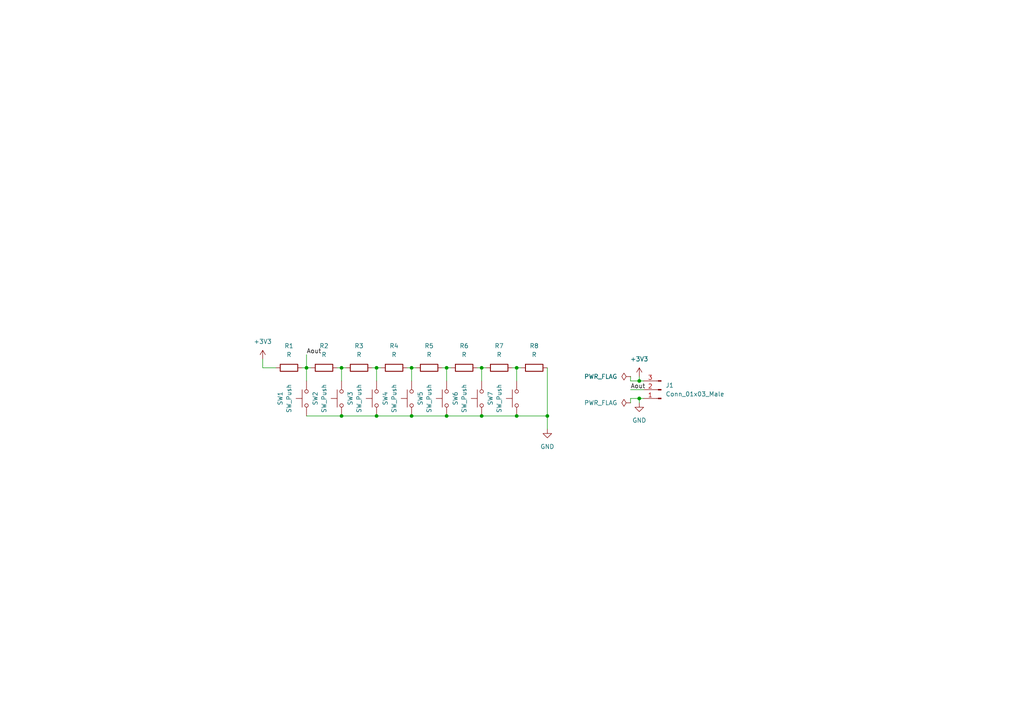
<source format=kicad_sch>
(kicad_sch (version 20211123) (generator eeschema)

  (uuid c44c17a9-c853-435b-ad8f-d5eb69fd470e)

  (paper "A4")

  (lib_symbols
    (symbol "Connector:Conn_01x03_Male" (pin_names (offset 1.016) hide) (in_bom yes) (on_board yes)
      (property "Reference" "J" (id 0) (at 0 5.08 0)
        (effects (font (size 1.27 1.27)))
      )
      (property "Value" "Conn_01x03_Male" (id 1) (at 0 -5.08 0)
        (effects (font (size 1.27 1.27)))
      )
      (property "Footprint" "" (id 2) (at 0 0 0)
        (effects (font (size 1.27 1.27)) hide)
      )
      (property "Datasheet" "~" (id 3) (at 0 0 0)
        (effects (font (size 1.27 1.27)) hide)
      )
      (property "ki_keywords" "connector" (id 4) (at 0 0 0)
        (effects (font (size 1.27 1.27)) hide)
      )
      (property "ki_description" "Generic connector, single row, 01x03, script generated (kicad-library-utils/schlib/autogen/connector/)" (id 5) (at 0 0 0)
        (effects (font (size 1.27 1.27)) hide)
      )
      (property "ki_fp_filters" "Connector*:*_1x??_*" (id 6) (at 0 0 0)
        (effects (font (size 1.27 1.27)) hide)
      )
      (symbol "Conn_01x03_Male_1_1"
        (polyline
          (pts
            (xy 1.27 -2.54)
            (xy 0.8636 -2.54)
          )
          (stroke (width 0.1524) (type default) (color 0 0 0 0))
          (fill (type none))
        )
        (polyline
          (pts
            (xy 1.27 0)
            (xy 0.8636 0)
          )
          (stroke (width 0.1524) (type default) (color 0 0 0 0))
          (fill (type none))
        )
        (polyline
          (pts
            (xy 1.27 2.54)
            (xy 0.8636 2.54)
          )
          (stroke (width 0.1524) (type default) (color 0 0 0 0))
          (fill (type none))
        )
        (rectangle (start 0.8636 -2.413) (end 0 -2.667)
          (stroke (width 0.1524) (type default) (color 0 0 0 0))
          (fill (type outline))
        )
        (rectangle (start 0.8636 0.127) (end 0 -0.127)
          (stroke (width 0.1524) (type default) (color 0 0 0 0))
          (fill (type outline))
        )
        (rectangle (start 0.8636 2.667) (end 0 2.413)
          (stroke (width 0.1524) (type default) (color 0 0 0 0))
          (fill (type outline))
        )
        (pin passive line (at 5.08 2.54 180) (length 3.81)
          (name "Pin_1" (effects (font (size 1.27 1.27))))
          (number "1" (effects (font (size 1.27 1.27))))
        )
        (pin passive line (at 5.08 0 180) (length 3.81)
          (name "Pin_2" (effects (font (size 1.27 1.27))))
          (number "2" (effects (font (size 1.27 1.27))))
        )
        (pin passive line (at 5.08 -2.54 180) (length 3.81)
          (name "Pin_3" (effects (font (size 1.27 1.27))))
          (number "3" (effects (font (size 1.27 1.27))))
        )
      )
    )
    (symbol "Device:R" (pin_numbers hide) (pin_names (offset 0)) (in_bom yes) (on_board yes)
      (property "Reference" "R" (id 0) (at 2.032 0 90)
        (effects (font (size 1.27 1.27)))
      )
      (property "Value" "R" (id 1) (at 0 0 90)
        (effects (font (size 1.27 1.27)))
      )
      (property "Footprint" "" (id 2) (at -1.778 0 90)
        (effects (font (size 1.27 1.27)) hide)
      )
      (property "Datasheet" "~" (id 3) (at 0 0 0)
        (effects (font (size 1.27 1.27)) hide)
      )
      (property "ki_keywords" "R res resistor" (id 4) (at 0 0 0)
        (effects (font (size 1.27 1.27)) hide)
      )
      (property "ki_description" "Resistor" (id 5) (at 0 0 0)
        (effects (font (size 1.27 1.27)) hide)
      )
      (property "ki_fp_filters" "R_*" (id 6) (at 0 0 0)
        (effects (font (size 1.27 1.27)) hide)
      )
      (symbol "R_0_1"
        (rectangle (start -1.016 -2.54) (end 1.016 2.54)
          (stroke (width 0.254) (type default) (color 0 0 0 0))
          (fill (type none))
        )
      )
      (symbol "R_1_1"
        (pin passive line (at 0 3.81 270) (length 1.27)
          (name "~" (effects (font (size 1.27 1.27))))
          (number "1" (effects (font (size 1.27 1.27))))
        )
        (pin passive line (at 0 -3.81 90) (length 1.27)
          (name "~" (effects (font (size 1.27 1.27))))
          (number "2" (effects (font (size 1.27 1.27))))
        )
      )
    )
    (symbol "Switch:SW_Push" (pin_numbers hide) (pin_names (offset 1.016) hide) (in_bom yes) (on_board yes)
      (property "Reference" "SW" (id 0) (at 1.27 2.54 0)
        (effects (font (size 1.27 1.27)) (justify left))
      )
      (property "Value" "SW_Push" (id 1) (at 0 -1.524 0)
        (effects (font (size 1.27 1.27)))
      )
      (property "Footprint" "" (id 2) (at 0 5.08 0)
        (effects (font (size 1.27 1.27)) hide)
      )
      (property "Datasheet" "~" (id 3) (at 0 5.08 0)
        (effects (font (size 1.27 1.27)) hide)
      )
      (property "ki_keywords" "switch normally-open pushbutton push-button" (id 4) (at 0 0 0)
        (effects (font (size 1.27 1.27)) hide)
      )
      (property "ki_description" "Push button switch, generic, two pins" (id 5) (at 0 0 0)
        (effects (font (size 1.27 1.27)) hide)
      )
      (symbol "SW_Push_0_1"
        (circle (center -2.032 0) (radius 0.508)
          (stroke (width 0) (type default) (color 0 0 0 0))
          (fill (type none))
        )
        (polyline
          (pts
            (xy 0 1.27)
            (xy 0 3.048)
          )
          (stroke (width 0) (type default) (color 0 0 0 0))
          (fill (type none))
        )
        (polyline
          (pts
            (xy 2.54 1.27)
            (xy -2.54 1.27)
          )
          (stroke (width 0) (type default) (color 0 0 0 0))
          (fill (type none))
        )
        (circle (center 2.032 0) (radius 0.508)
          (stroke (width 0) (type default) (color 0 0 0 0))
          (fill (type none))
        )
        (pin passive line (at -5.08 0 0) (length 2.54)
          (name "1" (effects (font (size 1.27 1.27))))
          (number "1" (effects (font (size 1.27 1.27))))
        )
        (pin passive line (at 5.08 0 180) (length 2.54)
          (name "2" (effects (font (size 1.27 1.27))))
          (number "2" (effects (font (size 1.27 1.27))))
        )
      )
    )
    (symbol "power:+3.3V" (power) (pin_names (offset 0)) (in_bom yes) (on_board yes)
      (property "Reference" "#PWR" (id 0) (at 0 -3.81 0)
        (effects (font (size 1.27 1.27)) hide)
      )
      (property "Value" "+3.3V" (id 1) (at 0 3.556 0)
        (effects (font (size 1.27 1.27)))
      )
      (property "Footprint" "" (id 2) (at 0 0 0)
        (effects (font (size 1.27 1.27)) hide)
      )
      (property "Datasheet" "" (id 3) (at 0 0 0)
        (effects (font (size 1.27 1.27)) hide)
      )
      (property "ki_keywords" "power-flag" (id 4) (at 0 0 0)
        (effects (font (size 1.27 1.27)) hide)
      )
      (property "ki_description" "Power symbol creates a global label with name \"+3.3V\"" (id 5) (at 0 0 0)
        (effects (font (size 1.27 1.27)) hide)
      )
      (symbol "+3.3V_0_1"
        (polyline
          (pts
            (xy -0.762 1.27)
            (xy 0 2.54)
          )
          (stroke (width 0) (type default) (color 0 0 0 0))
          (fill (type none))
        )
        (polyline
          (pts
            (xy 0 0)
            (xy 0 2.54)
          )
          (stroke (width 0) (type default) (color 0 0 0 0))
          (fill (type none))
        )
        (polyline
          (pts
            (xy 0 2.54)
            (xy 0.762 1.27)
          )
          (stroke (width 0) (type default) (color 0 0 0 0))
          (fill (type none))
        )
      )
      (symbol "+3.3V_1_1"
        (pin power_in line (at 0 0 90) (length 0) hide
          (name "+3V3" (effects (font (size 1.27 1.27))))
          (number "1" (effects (font (size 1.27 1.27))))
        )
      )
    )
    (symbol "power:GND" (power) (pin_names (offset 0)) (in_bom yes) (on_board yes)
      (property "Reference" "#PWR" (id 0) (at 0 -6.35 0)
        (effects (font (size 1.27 1.27)) hide)
      )
      (property "Value" "GND" (id 1) (at 0 -3.81 0)
        (effects (font (size 1.27 1.27)))
      )
      (property "Footprint" "" (id 2) (at 0 0 0)
        (effects (font (size 1.27 1.27)) hide)
      )
      (property "Datasheet" "" (id 3) (at 0 0 0)
        (effects (font (size 1.27 1.27)) hide)
      )
      (property "ki_keywords" "power-flag" (id 4) (at 0 0 0)
        (effects (font (size 1.27 1.27)) hide)
      )
      (property "ki_description" "Power symbol creates a global label with name \"GND\" , ground" (id 5) (at 0 0 0)
        (effects (font (size 1.27 1.27)) hide)
      )
      (symbol "GND_0_1"
        (polyline
          (pts
            (xy 0 0)
            (xy 0 -1.27)
            (xy 1.27 -1.27)
            (xy 0 -2.54)
            (xy -1.27 -1.27)
            (xy 0 -1.27)
          )
          (stroke (width 0) (type default) (color 0 0 0 0))
          (fill (type none))
        )
      )
      (symbol "GND_1_1"
        (pin power_in line (at 0 0 270) (length 0) hide
          (name "GND" (effects (font (size 1.27 1.27))))
          (number "1" (effects (font (size 1.27 1.27))))
        )
      )
    )
    (symbol "power:PWR_FLAG" (power) (pin_numbers hide) (pin_names (offset 0) hide) (in_bom yes) (on_board yes)
      (property "Reference" "#FLG" (id 0) (at 0 1.905 0)
        (effects (font (size 1.27 1.27)) hide)
      )
      (property "Value" "PWR_FLAG" (id 1) (at 0 3.81 0)
        (effects (font (size 1.27 1.27)))
      )
      (property "Footprint" "" (id 2) (at 0 0 0)
        (effects (font (size 1.27 1.27)) hide)
      )
      (property "Datasheet" "~" (id 3) (at 0 0 0)
        (effects (font (size 1.27 1.27)) hide)
      )
      (property "ki_keywords" "power-flag" (id 4) (at 0 0 0)
        (effects (font (size 1.27 1.27)) hide)
      )
      (property "ki_description" "Special symbol for telling ERC where power comes from" (id 5) (at 0 0 0)
        (effects (font (size 1.27 1.27)) hide)
      )
      (symbol "PWR_FLAG_0_0"
        (pin power_out line (at 0 0 90) (length 0)
          (name "pwr" (effects (font (size 1.27 1.27))))
          (number "1" (effects (font (size 1.27 1.27))))
        )
      )
      (symbol "PWR_FLAG_0_1"
        (polyline
          (pts
            (xy 0 0)
            (xy 0 1.27)
            (xy -1.016 1.905)
            (xy 0 2.54)
            (xy 1.016 1.905)
            (xy 0 1.27)
          )
          (stroke (width 0) (type default) (color 0 0 0 0))
          (fill (type none))
        )
      )
    )
  )

  (junction (at 139.7 120.65) (diameter 0) (color 0 0 0 0)
    (uuid 0453476b-33a6-4baf-a476-a87a3b701976)
  )
  (junction (at 149.86 106.68) (diameter 0) (color 0 0 0 0)
    (uuid 18a8781d-d8dd-4200-8ad0-320b59c04888)
  )
  (junction (at 129.54 106.68) (diameter 0) (color 0 0 0 0)
    (uuid 20c5a507-6442-49ee-a0ba-0613d69b7a79)
  )
  (junction (at 185.42 110.49) (diameter 0) (color 0 0 0 0)
    (uuid 407712f4-85ad-4de4-b310-5ecf678e8266)
  )
  (junction (at 99.06 106.68) (diameter 0) (color 0 0 0 0)
    (uuid 60cb3624-06e5-4cb2-8d86-7fc5358f3721)
  )
  (junction (at 99.06 120.65) (diameter 0) (color 0 0 0 0)
    (uuid 670939d6-a1ac-45f8-9268-45a11321da4a)
  )
  (junction (at 185.42 115.57) (diameter 0) (color 0 0 0 0)
    (uuid 7654a092-7773-4951-9beb-edffd7305139)
  )
  (junction (at 158.75 120.65) (diameter 0) (color 0 0 0 0)
    (uuid 81f2ecc0-bc58-4968-b179-c17aa6c69787)
  )
  (junction (at 109.22 106.68) (diameter 0) (color 0 0 0 0)
    (uuid 953a8a80-da00-458c-9cfe-5f1a06adfeac)
  )
  (junction (at 88.9 106.68) (diameter 0) (color 0 0 0 0)
    (uuid 99c6d5bc-7ecc-4153-b832-a53477bfabd3)
  )
  (junction (at 119.38 106.68) (diameter 0) (color 0 0 0 0)
    (uuid 9ffb50c8-0128-419e-a804-a792d5542b87)
  )
  (junction (at 149.86 120.65) (diameter 0) (color 0 0 0 0)
    (uuid ac09d570-d05a-4c5a-8b32-aa913acba7ca)
  )
  (junction (at 129.54 120.65) (diameter 0) (color 0 0 0 0)
    (uuid c67ecfb1-acf8-4106-aede-3d3c7467356b)
  )
  (junction (at 119.38 120.65) (diameter 0) (color 0 0 0 0)
    (uuid c7c9d0db-f17b-4375-b5d1-33b991551265)
  )
  (junction (at 109.22 120.65) (diameter 0) (color 0 0 0 0)
    (uuid dbf31ef1-6a00-448f-94e6-102ba1cd8310)
  )
  (junction (at 139.7 106.68) (diameter 0) (color 0 0 0 0)
    (uuid f7d61023-bce3-4bb9-8114-ec1b7f9fbb39)
  )

  (wire (pts (xy 186.69 110.49) (xy 185.42 110.49))
    (stroke (width 0) (type default) (color 0 0 0 0))
    (uuid 06eacaa6-90d7-43fe-90f6-314003e91d42)
  )
  (wire (pts (xy 149.86 106.68) (xy 149.86 110.49))
    (stroke (width 0) (type default) (color 0 0 0 0))
    (uuid 0f372757-136b-4ed3-a1c8-df72ca868f09)
  )
  (wire (pts (xy 109.22 106.68) (xy 110.49 106.68))
    (stroke (width 0) (type default) (color 0 0 0 0))
    (uuid 1237e2a7-e48c-4ae2-ad35-41ab995f46ba)
  )
  (wire (pts (xy 149.86 120.65) (xy 158.75 120.65))
    (stroke (width 0) (type default) (color 0 0 0 0))
    (uuid 16a77d3b-84fb-4c5c-9c64-6a239e1a6ec1)
  )
  (wire (pts (xy 158.75 120.65) (xy 158.75 124.46))
    (stroke (width 0) (type default) (color 0 0 0 0))
    (uuid 18f87b61-87da-40c7-89e2-b2a97a9802f9)
  )
  (wire (pts (xy 109.22 106.68) (xy 109.22 110.49))
    (stroke (width 0) (type default) (color 0 0 0 0))
    (uuid 1bb6f2c8-ce1d-4ee3-908c-097cada28b74)
  )
  (wire (pts (xy 76.2 106.68) (xy 76.2 104.14))
    (stroke (width 0) (type default) (color 0 0 0 0))
    (uuid 1d377799-343c-4656-a1f1-93c9a736b061)
  )
  (wire (pts (xy 88.9 102.87) (xy 88.9 106.68))
    (stroke (width 0) (type default) (color 0 0 0 0))
    (uuid 2020367a-21a1-48f5-aa80-86c7528053be)
  )
  (wire (pts (xy 148.59 106.68) (xy 149.86 106.68))
    (stroke (width 0) (type default) (color 0 0 0 0))
    (uuid 217400b6-b8f6-41cb-b634-157d8c702f9b)
  )
  (wire (pts (xy 128.27 106.68) (xy 129.54 106.68))
    (stroke (width 0) (type default) (color 0 0 0 0))
    (uuid 281f7d41-c79a-4af3-bfae-3c527d899c53)
  )
  (wire (pts (xy 185.42 115.57) (xy 185.42 116.84))
    (stroke (width 0) (type default) (color 0 0 0 0))
    (uuid 3384bd8b-e0a6-46bd-98a3-b70ebd3a9977)
  )
  (wire (pts (xy 118.11 106.68) (xy 119.38 106.68))
    (stroke (width 0) (type default) (color 0 0 0 0))
    (uuid 33a1ab26-8a07-4ede-9f34-b2866a18320f)
  )
  (wire (pts (xy 129.54 120.65) (xy 139.7 120.65))
    (stroke (width 0) (type default) (color 0 0 0 0))
    (uuid 33c8a851-0699-4deb-84f7-e26c7ca217a7)
  )
  (wire (pts (xy 99.06 106.68) (xy 99.06 110.49))
    (stroke (width 0) (type default) (color 0 0 0 0))
    (uuid 3cca5127-02df-4ade-ad68-a5fc5d11c267)
  )
  (wire (pts (xy 129.54 106.68) (xy 129.54 110.49))
    (stroke (width 0) (type default) (color 0 0 0 0))
    (uuid 4746e981-56cf-436b-b3e7-13d53e3f0f29)
  )
  (wire (pts (xy 182.88 113.03) (xy 186.69 113.03))
    (stroke (width 0) (type default) (color 0 0 0 0))
    (uuid 4e0c15b7-0eb2-40f3-8ddf-b7688f56ed8b)
  )
  (wire (pts (xy 158.75 106.68) (xy 158.75 120.65))
    (stroke (width 0) (type default) (color 0 0 0 0))
    (uuid 5d979ff4-a98b-484d-82a0-31a9a72f4b0a)
  )
  (wire (pts (xy 88.9 106.68) (xy 90.17 106.68))
    (stroke (width 0) (type default) (color 0 0 0 0))
    (uuid 632e8f7b-5259-48ce-a9ed-8650a7a22194)
  )
  (wire (pts (xy 182.88 115.57) (xy 185.42 115.57))
    (stroke (width 0) (type default) (color 0 0 0 0))
    (uuid 6421277a-1a19-4600-ae96-494c6574b19d)
  )
  (wire (pts (xy 186.69 115.57) (xy 185.42 115.57))
    (stroke (width 0) (type default) (color 0 0 0 0))
    (uuid 6b7396ce-e669-4c40-80b4-7d9db3fce2c3)
  )
  (wire (pts (xy 88.9 106.68) (xy 88.9 110.49))
    (stroke (width 0) (type default) (color 0 0 0 0))
    (uuid 720f573a-0243-4101-a62f-e3f53bdedf49)
  )
  (wire (pts (xy 109.22 120.65) (xy 119.38 120.65))
    (stroke (width 0) (type default) (color 0 0 0 0))
    (uuid 73ff36ef-79ae-42d1-b03e-975f72c1b080)
  )
  (wire (pts (xy 129.54 106.68) (xy 130.81 106.68))
    (stroke (width 0) (type default) (color 0 0 0 0))
    (uuid 7ab47015-6ca6-48c5-a7e4-d31e187e575c)
  )
  (wire (pts (xy 185.42 110.49) (xy 185.42 109.22))
    (stroke (width 0) (type default) (color 0 0 0 0))
    (uuid 7c47171d-b3dd-4c97-9b98-5c3271cca2b8)
  )
  (wire (pts (xy 138.43 106.68) (xy 139.7 106.68))
    (stroke (width 0) (type default) (color 0 0 0 0))
    (uuid 7dacf081-1d17-4056-b6ba-de0ee59709b7)
  )
  (wire (pts (xy 80.01 106.68) (xy 76.2 106.68))
    (stroke (width 0) (type default) (color 0 0 0 0))
    (uuid 86352434-7874-491b-ae09-bb7f8003f48f)
  )
  (wire (pts (xy 88.9 120.65) (xy 99.06 120.65))
    (stroke (width 0) (type default) (color 0 0 0 0))
    (uuid 972cdcbe-bc19-4dd3-a7da-86a418d66047)
  )
  (wire (pts (xy 182.88 116.84) (xy 182.88 115.57))
    (stroke (width 0) (type default) (color 0 0 0 0))
    (uuid a2bd2bb1-ab78-4cb7-b57f-527faf13e070)
  )
  (wire (pts (xy 99.06 120.65) (xy 109.22 120.65))
    (stroke (width 0) (type default) (color 0 0 0 0))
    (uuid a73a58cd-04ae-4526-98f2-96be061c5934)
  )
  (wire (pts (xy 139.7 120.65) (xy 149.86 120.65))
    (stroke (width 0) (type default) (color 0 0 0 0))
    (uuid af9ca2f9-ed2c-4c4b-a73b-b1817f863267)
  )
  (wire (pts (xy 182.88 109.22) (xy 182.88 110.49))
    (stroke (width 0) (type default) (color 0 0 0 0))
    (uuid bd0dba44-1ec4-4594-8d88-62879d6e7147)
  )
  (wire (pts (xy 119.38 120.65) (xy 129.54 120.65))
    (stroke (width 0) (type default) (color 0 0 0 0))
    (uuid bf4271ac-0dba-4649-a397-7fc22b2aeaad)
  )
  (wire (pts (xy 99.06 106.68) (xy 100.33 106.68))
    (stroke (width 0) (type default) (color 0 0 0 0))
    (uuid c18fbd64-9548-4311-9749-4f061f038c7a)
  )
  (wire (pts (xy 97.79 106.68) (xy 99.06 106.68))
    (stroke (width 0) (type default) (color 0 0 0 0))
    (uuid cdd17731-fcb7-4f6a-90ab-6749230bc8f2)
  )
  (wire (pts (xy 107.95 106.68) (xy 109.22 106.68))
    (stroke (width 0) (type default) (color 0 0 0 0))
    (uuid ce4e0372-0199-4fd6-bdbe-cc2ca4a29567)
  )
  (wire (pts (xy 149.86 106.68) (xy 151.13 106.68))
    (stroke (width 0) (type default) (color 0 0 0 0))
    (uuid d34f2ebe-9747-46ea-a0b8-74a9c0b77a65)
  )
  (wire (pts (xy 139.7 106.68) (xy 139.7 110.49))
    (stroke (width 0) (type default) (color 0 0 0 0))
    (uuid d7e66a2f-d540-451d-a1a2-6d117161efd7)
  )
  (wire (pts (xy 87.63 106.68) (xy 88.9 106.68))
    (stroke (width 0) (type default) (color 0 0 0 0))
    (uuid db803a8a-2c8d-4586-b085-569b9ccbc5b9)
  )
  (wire (pts (xy 182.88 110.49) (xy 185.42 110.49))
    (stroke (width 0) (type default) (color 0 0 0 0))
    (uuid e32c71c5-0303-4f02-821e-d701336c23f8)
  )
  (wire (pts (xy 119.38 106.68) (xy 119.38 110.49))
    (stroke (width 0) (type default) (color 0 0 0 0))
    (uuid eb385978-fa9f-4e75-ac67-8d203ebdde9d)
  )
  (wire (pts (xy 139.7 106.68) (xy 140.97 106.68))
    (stroke (width 0) (type default) (color 0 0 0 0))
    (uuid f7ce1dfc-0cd5-4329-813c-170dd856dade)
  )
  (wire (pts (xy 119.38 106.68) (xy 120.65 106.68))
    (stroke (width 0) (type default) (color 0 0 0 0))
    (uuid f95c479d-d7d8-48df-9112-f57b44ea4f52)
  )

  (label "Aout" (at 88.9 102.87 0)
    (effects (font (size 1.27 1.27)) (justify left bottom))
    (uuid 5dbb9e55-8b90-4e71-8d43-1b7059cd3e18)
  )
  (label "Aout" (at 182.88 113.03 0)
    (effects (font (size 1.27 1.27)) (justify left bottom))
    (uuid 95280af8-16f1-4efc-b09d-ac3dd683a8f3)
  )

  (symbol (lib_id "Device:R") (at 154.94 106.68 90) (unit 1)
    (in_bom yes) (on_board yes) (fields_autoplaced)
    (uuid 04264493-96f2-4399-a98f-f59361215246)
    (property "Reference" "R8" (id 0) (at 154.94 100.33 90))
    (property "Value" "R" (id 1) (at 154.94 102.87 90))
    (property "Footprint" "Resistor_THT:R_Axial_DIN0207_L6.3mm_D2.5mm_P7.62mm_Horizontal" (id 2) (at 154.94 108.458 90)
      (effects (font (size 1.27 1.27)) hide)
    )
    (property "Datasheet" "~" (id 3) (at 154.94 106.68 0)
      (effects (font (size 1.27 1.27)) hide)
    )
    (pin "1" (uuid febe85ae-d492-4c38-b58d-86abfba1d4fe))
    (pin "2" (uuid 9fdb3bc9-a447-448f-b671-be2126aaec30))
  )

  (symbol (lib_id "power:PWR_FLAG") (at 182.88 116.84 90) (unit 1)
    (in_bom yes) (on_board yes) (fields_autoplaced)
    (uuid 06aa794c-4206-4783-bed7-27a80c9ae3e2)
    (property "Reference" "#FLG0102" (id 0) (at 180.975 116.84 0)
      (effects (font (size 1.27 1.27)) hide)
    )
    (property "Value" "PWR_FLAG" (id 1) (at 179.07 116.8399 90)
      (effects (font (size 1.27 1.27)) (justify left))
    )
    (property "Footprint" "" (id 2) (at 182.88 116.84 0)
      (effects (font (size 1.27 1.27)) hide)
    )
    (property "Datasheet" "~" (id 3) (at 182.88 116.84 0)
      (effects (font (size 1.27 1.27)) hide)
    )
    (pin "1" (uuid 925eac61-608a-4df6-9b6b-771da41a17e1))
  )

  (symbol (lib_id "Switch:SW_Push") (at 88.9 115.57 90) (unit 1)
    (in_bom yes) (on_board yes) (fields_autoplaced)
    (uuid 11d03c45-8d11-490b-9376-053cedc7b3c3)
    (property "Reference" "SW1" (id 0) (at 81.28 115.57 0))
    (property "Value" "SW_Push" (id 1) (at 83.82 115.57 0))
    (property "Footprint" "Button_Switch_THT:SW_PUSH-12mm" (id 2) (at 83.82 115.57 0)
      (effects (font (size 1.27 1.27)) hide)
    )
    (property "Datasheet" "~" (id 3) (at 83.82 115.57 0)
      (effects (font (size 1.27 1.27)) hide)
    )
    (pin "1" (uuid c8b6bd56-b38b-448f-a2e6-069c5be5678c))
    (pin "2" (uuid c9d78c0d-68b9-46fe-91cc-4efe166e7436))
  )

  (symbol (lib_id "Device:R") (at 134.62 106.68 90) (unit 1)
    (in_bom yes) (on_board yes) (fields_autoplaced)
    (uuid 18ca1dfe-6115-48d4-8ec2-148cec51df34)
    (property "Reference" "R6" (id 0) (at 134.62 100.33 90))
    (property "Value" "R" (id 1) (at 134.62 102.87 90))
    (property "Footprint" "Resistor_THT:R_Axial_DIN0207_L6.3mm_D2.5mm_P7.62mm_Horizontal" (id 2) (at 134.62 108.458 90)
      (effects (font (size 1.27 1.27)) hide)
    )
    (property "Datasheet" "~" (id 3) (at 134.62 106.68 0)
      (effects (font (size 1.27 1.27)) hide)
    )
    (pin "1" (uuid e0e301e5-248b-438f-890e-ef69b4080f87))
    (pin "2" (uuid e6f239a9-75af-4f26-a01b-c7f97b77e411))
  )

  (symbol (lib_id "Switch:SW_Push") (at 109.22 115.57 90) (unit 1)
    (in_bom yes) (on_board yes) (fields_autoplaced)
    (uuid 1c4fdb5f-b732-40c6-bbf1-a354787fe044)
    (property "Reference" "SW3" (id 0) (at 101.6 115.57 0))
    (property "Value" "SW_Push" (id 1) (at 104.14 115.57 0))
    (property "Footprint" "Button_Switch_THT:SW_PUSH-12mm" (id 2) (at 104.14 115.57 0)
      (effects (font (size 1.27 1.27)) hide)
    )
    (property "Datasheet" "~" (id 3) (at 104.14 115.57 0)
      (effects (font (size 1.27 1.27)) hide)
    )
    (pin "1" (uuid 69bdf5f9-2ee1-479b-a1f0-8e314e172c29))
    (pin "2" (uuid 874c5802-7eab-4d74-942b-388bb78a85d7))
  )

  (symbol (lib_id "Device:R") (at 124.46 106.68 90) (unit 1)
    (in_bom yes) (on_board yes) (fields_autoplaced)
    (uuid 24d8536d-0c98-4a11-9054-b3f5cc400f38)
    (property "Reference" "R5" (id 0) (at 124.46 100.33 90))
    (property "Value" "R" (id 1) (at 124.46 102.87 90))
    (property "Footprint" "Resistor_THT:R_Axial_DIN0207_L6.3mm_D2.5mm_P7.62mm_Horizontal" (id 2) (at 124.46 108.458 90)
      (effects (font (size 1.27 1.27)) hide)
    )
    (property "Datasheet" "~" (id 3) (at 124.46 106.68 0)
      (effects (font (size 1.27 1.27)) hide)
    )
    (pin "1" (uuid fe99e637-9ace-4867-8548-f9261aa89b27))
    (pin "2" (uuid 342ef5f9-6393-4ead-a8a6-fbec954fe68b))
  )

  (symbol (lib_id "Switch:SW_Push") (at 149.86 115.57 90) (unit 1)
    (in_bom yes) (on_board yes) (fields_autoplaced)
    (uuid 279a0812-26d7-47ae-ad67-bc0e11429cb4)
    (property "Reference" "SW7" (id 0) (at 142.24 115.57 0))
    (property "Value" "SW_Push" (id 1) (at 144.78 115.57 0))
    (property "Footprint" "Button_Switch_THT:SW_PUSH-12mm" (id 2) (at 144.78 115.57 0)
      (effects (font (size 1.27 1.27)) hide)
    )
    (property "Datasheet" "~" (id 3) (at 144.78 115.57 0)
      (effects (font (size 1.27 1.27)) hide)
    )
    (pin "1" (uuid f8496357-2675-414e-b89f-cf44155dc989))
    (pin "2" (uuid d48850ee-7ba0-4af0-a36d-4757759f1ca9))
  )

  (symbol (lib_id "Connector:Conn_01x03_Male") (at 191.77 113.03 180) (unit 1)
    (in_bom yes) (on_board yes) (fields_autoplaced)
    (uuid 2b69de62-c156-4e9f-9592-f554b9a8ed7a)
    (property "Reference" "J1" (id 0) (at 193.04 111.7599 0)
      (effects (font (size 1.27 1.27)) (justify right))
    )
    (property "Value" "Conn_01x03_Male" (id 1) (at 193.04 114.2999 0)
      (effects (font (size 1.27 1.27)) (justify right))
    )
    (property "Footprint" "Connector_PinHeader_2.54mm:PinHeader_1x03_P2.54mm_Vertical" (id 2) (at 191.77 113.03 0)
      (effects (font (size 1.27 1.27)) hide)
    )
    (property "Datasheet" "~" (id 3) (at 191.77 113.03 0)
      (effects (font (size 1.27 1.27)) hide)
    )
    (pin "1" (uuid aeb5e797-acc2-4e4f-8122-bd049bdb9813))
    (pin "2" (uuid 0b79fe08-b2c8-44a4-9771-247a9744a042))
    (pin "3" (uuid 05f13fc2-bf29-4f74-b4bc-0811222249a7))
  )

  (symbol (lib_id "Device:R") (at 93.98 106.68 90) (unit 1)
    (in_bom yes) (on_board yes) (fields_autoplaced)
    (uuid 34c4635f-cb3b-477e-b3d4-21b81a152f99)
    (property "Reference" "R2" (id 0) (at 93.98 100.33 90))
    (property "Value" "R" (id 1) (at 93.98 102.87 90))
    (property "Footprint" "Resistor_THT:R_Axial_DIN0207_L6.3mm_D2.5mm_P7.62mm_Horizontal" (id 2) (at 93.98 108.458 90)
      (effects (font (size 1.27 1.27)) hide)
    )
    (property "Datasheet" "~" (id 3) (at 93.98 106.68 0)
      (effects (font (size 1.27 1.27)) hide)
    )
    (pin "1" (uuid d9ea5000-f2d1-4b33-a30d-115a791b9db8))
    (pin "2" (uuid 267ceeef-3658-46cc-89ef-7dd5003cd4fb))
  )

  (symbol (lib_id "power:+3.3V") (at 185.42 109.22 0) (unit 1)
    (in_bom yes) (on_board yes) (fields_autoplaced)
    (uuid 451ba60a-1a3f-4dc3-8bd2-e7cf3d6f6b3b)
    (property "Reference" "#PWR0102" (id 0) (at 185.42 113.03 0)
      (effects (font (size 1.27 1.27)) hide)
    )
    (property "Value" "+3.3V" (id 1) (at 185.42 104.14 0))
    (property "Footprint" "" (id 2) (at 185.42 109.22 0)
      (effects (font (size 1.27 1.27)) hide)
    )
    (property "Datasheet" "" (id 3) (at 185.42 109.22 0)
      (effects (font (size 1.27 1.27)) hide)
    )
    (pin "1" (uuid b207e5eb-d0ac-4ad4-a4ba-76985a057805))
  )

  (symbol (lib_id "Switch:SW_Push") (at 139.7 115.57 90) (unit 1)
    (in_bom yes) (on_board yes) (fields_autoplaced)
    (uuid 475b8098-505e-4198-98e1-619c65d6ba92)
    (property "Reference" "SW6" (id 0) (at 132.08 115.57 0))
    (property "Value" "SW_Push" (id 1) (at 134.62 115.57 0))
    (property "Footprint" "Button_Switch_THT:SW_PUSH-12mm" (id 2) (at 134.62 115.57 0)
      (effects (font (size 1.27 1.27)) hide)
    )
    (property "Datasheet" "~" (id 3) (at 134.62 115.57 0)
      (effects (font (size 1.27 1.27)) hide)
    )
    (pin "1" (uuid cf650a31-ef01-48fb-ae69-406f730a4541))
    (pin "2" (uuid a838cd2d-99b9-46e5-8d22-cf18545a48e6))
  )

  (symbol (lib_id "Switch:SW_Push") (at 119.38 115.57 90) (unit 1)
    (in_bom yes) (on_board yes) (fields_autoplaced)
    (uuid 4ea26aa9-0051-4abd-a65b-f51e09593c79)
    (property "Reference" "SW4" (id 0) (at 111.76 115.57 0))
    (property "Value" "SW_Push" (id 1) (at 114.3 115.57 0))
    (property "Footprint" "Button_Switch_THT:SW_PUSH-12mm" (id 2) (at 114.3 115.57 0)
      (effects (font (size 1.27 1.27)) hide)
    )
    (property "Datasheet" "~" (id 3) (at 114.3 115.57 0)
      (effects (font (size 1.27 1.27)) hide)
    )
    (pin "1" (uuid 9001ec10-a2ac-43f3-8eb6-c26831ff7340))
    (pin "2" (uuid 5f71f26f-4e1a-4598-b664-5b692ca6a4ae))
  )

  (symbol (lib_id "power:GND") (at 158.75 124.46 0) (unit 1)
    (in_bom yes) (on_board yes) (fields_autoplaced)
    (uuid 4fc1bd89-bd1e-445d-945e-b590f2c72382)
    (property "Reference" "#PWR0103" (id 0) (at 158.75 130.81 0)
      (effects (font (size 1.27 1.27)) hide)
    )
    (property "Value" "GND" (id 1) (at 158.75 129.54 0))
    (property "Footprint" "" (id 2) (at 158.75 124.46 0)
      (effects (font (size 1.27 1.27)) hide)
    )
    (property "Datasheet" "" (id 3) (at 158.75 124.46 0)
      (effects (font (size 1.27 1.27)) hide)
    )
    (pin "1" (uuid 4c891ff6-9fd7-45c6-9c3c-acbace2f0988))
  )

  (symbol (lib_id "Switch:SW_Push") (at 129.54 115.57 90) (unit 1)
    (in_bom yes) (on_board yes) (fields_autoplaced)
    (uuid 6c4a736f-5a46-4e14-b344-6ad9bea3c546)
    (property "Reference" "SW5" (id 0) (at 121.92 115.57 0))
    (property "Value" "SW_Push" (id 1) (at 124.46 115.57 0))
    (property "Footprint" "Button_Switch_THT:SW_PUSH-12mm" (id 2) (at 124.46 115.57 0)
      (effects (font (size 1.27 1.27)) hide)
    )
    (property "Datasheet" "~" (id 3) (at 124.46 115.57 0)
      (effects (font (size 1.27 1.27)) hide)
    )
    (pin "1" (uuid 05bea804-7ad7-465a-a40c-bc7e2bbfa17e))
    (pin "2" (uuid c2c1a023-aa31-4f73-af29-070679fa0310))
  )

  (symbol (lib_id "Device:R") (at 114.3 106.68 90) (unit 1)
    (in_bom yes) (on_board yes) (fields_autoplaced)
    (uuid 772697f1-6e00-4dff-917f-230eb7984c6a)
    (property "Reference" "R4" (id 0) (at 114.3 100.33 90))
    (property "Value" "R" (id 1) (at 114.3 102.87 90))
    (property "Footprint" "Resistor_THT:R_Axial_DIN0207_L6.3mm_D2.5mm_P7.62mm_Horizontal" (id 2) (at 114.3 108.458 90)
      (effects (font (size 1.27 1.27)) hide)
    )
    (property "Datasheet" "~" (id 3) (at 114.3 106.68 0)
      (effects (font (size 1.27 1.27)) hide)
    )
    (pin "1" (uuid 6b762091-7f6f-4010-a46c-e17ab29aad50))
    (pin "2" (uuid 7132e80f-ffc5-41f0-b6d9-e5d27c2b2299))
  )

  (symbol (lib_id "Device:R") (at 83.82 106.68 90) (unit 1)
    (in_bom yes) (on_board yes) (fields_autoplaced)
    (uuid 915033ed-c4ab-49e6-bc16-efad0ba37427)
    (property "Reference" "R1" (id 0) (at 83.82 100.33 90))
    (property "Value" "R" (id 1) (at 83.82 102.87 90))
    (property "Footprint" "Resistor_THT:R_Axial_DIN0207_L6.3mm_D2.5mm_P7.62mm_Horizontal" (id 2) (at 83.82 108.458 90)
      (effects (font (size 1.27 1.27)) hide)
    )
    (property "Datasheet" "~" (id 3) (at 83.82 106.68 0)
      (effects (font (size 1.27 1.27)) hide)
    )
    (pin "1" (uuid 6c20b02c-6b14-4292-a9dc-922ffd5027ec))
    (pin "2" (uuid df48145b-ce5d-4093-95ee-d38164673579))
  )

  (symbol (lib_id "Switch:SW_Push") (at 99.06 115.57 90) (unit 1)
    (in_bom yes) (on_board yes) (fields_autoplaced)
    (uuid a0bb7e33-07b2-4a06-a109-018f3b66820c)
    (property "Reference" "SW2" (id 0) (at 91.44 115.57 0))
    (property "Value" "SW_Push" (id 1) (at 93.98 115.57 0))
    (property "Footprint" "Button_Switch_THT:SW_PUSH-12mm" (id 2) (at 93.98 115.57 0)
      (effects (font (size 1.27 1.27)) hide)
    )
    (property "Datasheet" "~" (id 3) (at 93.98 115.57 0)
      (effects (font (size 1.27 1.27)) hide)
    )
    (pin "1" (uuid 04592987-56db-40e5-b69a-65c9fb79f11f))
    (pin "2" (uuid 7aca247e-e78a-47f2-aa92-756c47a0a4f2))
  )

  (symbol (lib_id "Device:R") (at 144.78 106.68 90) (unit 1)
    (in_bom yes) (on_board yes) (fields_autoplaced)
    (uuid ae805b7e-94e9-454d-aca8-697b66fee9d2)
    (property "Reference" "R7" (id 0) (at 144.78 100.33 90))
    (property "Value" "R" (id 1) (at 144.78 102.87 90))
    (property "Footprint" "Resistor_THT:R_Axial_DIN0207_L6.3mm_D2.5mm_P7.62mm_Horizontal" (id 2) (at 144.78 108.458 90)
      (effects (font (size 1.27 1.27)) hide)
    )
    (property "Datasheet" "~" (id 3) (at 144.78 106.68 0)
      (effects (font (size 1.27 1.27)) hide)
    )
    (pin "1" (uuid 1931d79e-753f-4b38-9e30-b7ea36e66b9d))
    (pin "2" (uuid fe52cd18-ac0f-4749-becd-d31cefd42311))
  )

  (symbol (lib_id "Device:R") (at 104.14 106.68 90) (unit 1)
    (in_bom yes) (on_board yes) (fields_autoplaced)
    (uuid b884915a-0d2d-4c9e-8b9f-6272993d469f)
    (property "Reference" "R3" (id 0) (at 104.14 100.33 90))
    (property "Value" "R" (id 1) (at 104.14 102.87 90))
    (property "Footprint" "Resistor_THT:R_Axial_DIN0207_L6.3mm_D2.5mm_P7.62mm_Horizontal" (id 2) (at 104.14 108.458 90)
      (effects (font (size 1.27 1.27)) hide)
    )
    (property "Datasheet" "~" (id 3) (at 104.14 106.68 0)
      (effects (font (size 1.27 1.27)) hide)
    )
    (pin "1" (uuid 28ae6860-3e05-41d8-9d3d-305e8ce42233))
    (pin "2" (uuid b69a925f-2ce3-4259-b09b-ab09ba9d953c))
  )

  (symbol (lib_id "power:PWR_FLAG") (at 182.88 109.22 90) (unit 1)
    (in_bom yes) (on_board yes) (fields_autoplaced)
    (uuid bbe05303-413f-42ae-9bea-26a4d7950574)
    (property "Reference" "#FLG0101" (id 0) (at 180.975 109.22 0)
      (effects (font (size 1.27 1.27)) hide)
    )
    (property "Value" "PWR_FLAG" (id 1) (at 179.07 109.2199 90)
      (effects (font (size 1.27 1.27)) (justify left))
    )
    (property "Footprint" "" (id 2) (at 182.88 109.22 0)
      (effects (font (size 1.27 1.27)) hide)
    )
    (property "Datasheet" "~" (id 3) (at 182.88 109.22 0)
      (effects (font (size 1.27 1.27)) hide)
    )
    (pin "1" (uuid d0a03299-a33d-4075-80c7-98e8a93dc525))
  )

  (symbol (lib_id "power:GND") (at 185.42 116.84 0) (unit 1)
    (in_bom yes) (on_board yes) (fields_autoplaced)
    (uuid bd4b7e34-ba89-4c47-ad93-8b097b24b6d5)
    (property "Reference" "#PWR0104" (id 0) (at 185.42 123.19 0)
      (effects (font (size 1.27 1.27)) hide)
    )
    (property "Value" "GND" (id 1) (at 185.42 121.92 0))
    (property "Footprint" "" (id 2) (at 185.42 116.84 0)
      (effects (font (size 1.27 1.27)) hide)
    )
    (property "Datasheet" "" (id 3) (at 185.42 116.84 0)
      (effects (font (size 1.27 1.27)) hide)
    )
    (pin "1" (uuid 8e32107c-1028-4a42-bd31-def2e26fc094))
  )

  (symbol (lib_id "power:+3.3V") (at 76.2 104.14 0) (unit 1)
    (in_bom yes) (on_board yes) (fields_autoplaced)
    (uuid f281a9e3-58a2-4857-8fba-3fdc5ae03b2d)
    (property "Reference" "#PWR0101" (id 0) (at 76.2 107.95 0)
      (effects (font (size 1.27 1.27)) hide)
    )
    (property "Value" "+3.3V" (id 1) (at 76.2 99.06 0))
    (property "Footprint" "" (id 2) (at 76.2 104.14 0)
      (effects (font (size 1.27 1.27)) hide)
    )
    (property "Datasheet" "" (id 3) (at 76.2 104.14 0)
      (effects (font (size 1.27 1.27)) hide)
    )
    (pin "1" (uuid 5dd0ccb3-dd1d-4f06-a33a-fb17954decb1))
  )

  (sheet_instances
    (path "/" (page "1"))
  )

  (symbol_instances
    (path "/bbe05303-413f-42ae-9bea-26a4d7950574"
      (reference "#FLG0101") (unit 1) (value "PWR_FLAG") (footprint "")
    )
    (path "/06aa794c-4206-4783-bed7-27a80c9ae3e2"
      (reference "#FLG0102") (unit 1) (value "PWR_FLAG") (footprint "")
    )
    (path "/f281a9e3-58a2-4857-8fba-3fdc5ae03b2d"
      (reference "#PWR0101") (unit 1) (value "+3.3V") (footprint "")
    )
    (path "/451ba60a-1a3f-4dc3-8bd2-e7cf3d6f6b3b"
      (reference "#PWR0102") (unit 1) (value "+3.3V") (footprint "")
    )
    (path "/4fc1bd89-bd1e-445d-945e-b590f2c72382"
      (reference "#PWR0103") (unit 1) (value "GND") (footprint "")
    )
    (path "/bd4b7e34-ba89-4c47-ad93-8b097b24b6d5"
      (reference "#PWR0104") (unit 1) (value "GND") (footprint "")
    )
    (path "/2b69de62-c156-4e9f-9592-f554b9a8ed7a"
      (reference "J1") (unit 1) (value "Conn_01x03_Male") (footprint "Connector_PinHeader_2.54mm:PinHeader_1x03_P2.54mm_Vertical")
    )
    (path "/915033ed-c4ab-49e6-bc16-efad0ba37427"
      (reference "R1") (unit 1) (value "R") (footprint "Resistor_THT:R_Axial_DIN0207_L6.3mm_D2.5mm_P7.62mm_Horizontal")
    )
    (path "/34c4635f-cb3b-477e-b3d4-21b81a152f99"
      (reference "R2") (unit 1) (value "R") (footprint "Resistor_THT:R_Axial_DIN0207_L6.3mm_D2.5mm_P7.62mm_Horizontal")
    )
    (path "/b884915a-0d2d-4c9e-8b9f-6272993d469f"
      (reference "R3") (unit 1) (value "R") (footprint "Resistor_THT:R_Axial_DIN0207_L6.3mm_D2.5mm_P7.62mm_Horizontal")
    )
    (path "/772697f1-6e00-4dff-917f-230eb7984c6a"
      (reference "R4") (unit 1) (value "R") (footprint "Resistor_THT:R_Axial_DIN0207_L6.3mm_D2.5mm_P7.62mm_Horizontal")
    )
    (path "/24d8536d-0c98-4a11-9054-b3f5cc400f38"
      (reference "R5") (unit 1) (value "R") (footprint "Resistor_THT:R_Axial_DIN0207_L6.3mm_D2.5mm_P7.62mm_Horizontal")
    )
    (path "/18ca1dfe-6115-48d4-8ec2-148cec51df34"
      (reference "R6") (unit 1) (value "R") (footprint "Resistor_THT:R_Axial_DIN0207_L6.3mm_D2.5mm_P7.62mm_Horizontal")
    )
    (path "/ae805b7e-94e9-454d-aca8-697b66fee9d2"
      (reference "R7") (unit 1) (value "R") (footprint "Resistor_THT:R_Axial_DIN0207_L6.3mm_D2.5mm_P7.62mm_Horizontal")
    )
    (path "/04264493-96f2-4399-a98f-f59361215246"
      (reference "R8") (unit 1) (value "R") (footprint "Resistor_THT:R_Axial_DIN0207_L6.3mm_D2.5mm_P7.62mm_Horizontal")
    )
    (path "/11d03c45-8d11-490b-9376-053cedc7b3c3"
      (reference "SW1") (unit 1) (value "SW_Push") (footprint "Button_Switch_THT:SW_PUSH-12mm")
    )
    (path "/a0bb7e33-07b2-4a06-a109-018f3b66820c"
      (reference "SW2") (unit 1) (value "SW_Push") (footprint "Button_Switch_THT:SW_PUSH-12mm")
    )
    (path "/1c4fdb5f-b732-40c6-bbf1-a354787fe044"
      (reference "SW3") (unit 1) (value "SW_Push") (footprint "Button_Switch_THT:SW_PUSH-12mm")
    )
    (path "/4ea26aa9-0051-4abd-a65b-f51e09593c79"
      (reference "SW4") (unit 1) (value "SW_Push") (footprint "Button_Switch_THT:SW_PUSH-12mm")
    )
    (path "/6c4a736f-5a46-4e14-b344-6ad9bea3c546"
      (reference "SW5") (unit 1) (value "SW_Push") (footprint "Button_Switch_THT:SW_PUSH-12mm")
    )
    (path "/475b8098-505e-4198-98e1-619c65d6ba92"
      (reference "SW6") (unit 1) (value "SW_Push") (footprint "Button_Switch_THT:SW_PUSH-12mm")
    )
    (path "/279a0812-26d7-47ae-ad67-bc0e11429cb4"
      (reference "SW7") (unit 1) (value "SW_Push") (footprint "Button_Switch_THT:SW_PUSH-12mm")
    )
  )
)

</source>
